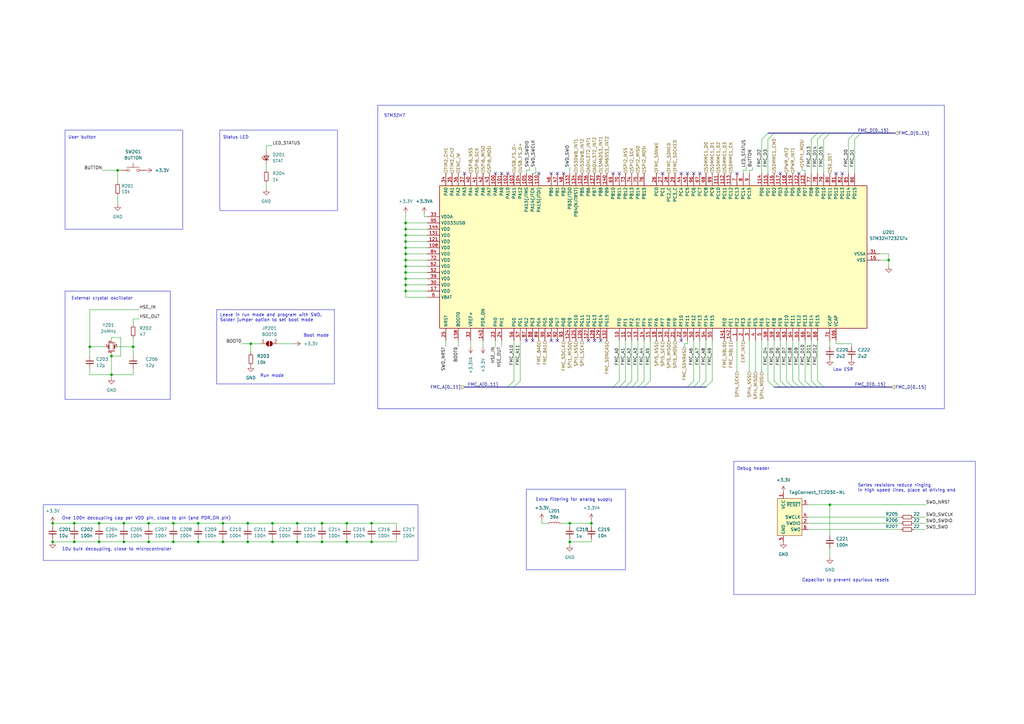
<source format=kicad_sch>
(kicad_sch (version 20231120) (generator "eeschema") (generator_version "8.0")
  (paper "A3")
  (junction (at 233.68 222.25))
  (junction (at 71.12 214.63))
  (junction (at 36.83 142.24))
  (junction (at 166.37 116.84))
  (junction (at 50.8 222.25))
  (junction (at 242.57 214.63))
  (junction (at 142.24 214.63))
  (junction (at 91.44 214.63))
  (junction (at 60.96 222.25))
  (junction (at 102.87 140.97))
  (junction (at 233.68 214.63))
  (junction (at 121.92 214.63))
  (junction (at 364.49 106.68))
  (junction (at 111.76 214.63))
  (junction (at 60.96 214.63))
  (junction (at 166.37 106.68))
  (junction (at 340.36 207.01))
  (junction (at 45.72 146.05))
  (junction (at 40.64 214.63))
  (junction (at 50.8 214.63))
  (junction (at 152.4 214.63))
  (junction (at 166.37 91.44))
  (junction (at 166.37 109.22))
  (junction (at 166.37 93.98))
  (junction (at 166.37 119.38))
  (junction (at 121.92 222.25))
  (junction (at 21.59 222.25))
  (junction (at 111.76 222.25))
  (junction (at 142.24 222.25))
  (junction (at 166.37 101.6))
  (junction (at 166.37 96.52))
  (junction (at 166.37 114.3))
  (junction (at 48.26 69.85))
  (junction (at 166.37 99.06))
  (junction (at 101.6 214.63))
  (junction (at 21.59 214.63))
  (junction (at 71.12 222.25))
  (junction (at 132.08 214.63))
  (junction (at 81.28 222.25))
  (junction (at 132.08 222.25))
  (junction (at 30.48 222.25))
  (junction (at 101.6 222.25))
  (junction (at 166.37 104.14))
  (junction (at 30.48 214.63))
  (junction (at 40.64 222.25))
  (junction (at 166.37 111.76))
  (junction (at 91.44 222.25))
  (junction (at 152.4 222.25))
  (junction (at 81.28 214.63))
  (junction (at 54.61 142.24))
  (junction (at 45.72 153.67))
  (no_connect (at 320.04 71.12))
  (no_connect (at 251.46 71.12))
  (no_connect (at 241.3 139.7))
  (no_connect (at 215.9 139.7))
  (no_connect (at 231.14 71.12))
  (no_connect (at 287.02 71.12))
  (no_connect (at 243.84 139.7))
  (no_connect (at 203.2 71.12))
  (no_connect (at 281.94 71.12))
  (no_connect (at 228.6 139.7))
  (no_connect (at 190.5 71.12))
  (no_connect (at 246.38 139.7))
  (no_connect (at 327.66 71.12))
  (no_connect (at 228.6 71.12))
  (no_connect (at 345.44 71.12))
  (no_connect (at 302.26 71.12))
  (no_connect (at 254 71.12))
  (no_connect (at 279.4 71.12))
  (no_connect (at 208.28 71.12))
  (no_connect (at 271.78 71.12))
  (no_connect (at 205.74 71.12))
  (no_connect (at 220.98 71.12))
  (no_connect (at 226.06 71.12))
  (no_connect (at 218.44 139.7))
  (no_connect (at 284.48 71.12))
  (no_connect (at 342.9 71.12))
  (no_connect (at 279.4 139.7))
  (no_connect (at 226.06 139.7))
  (bus_entry (at 322.58 156.21) (size 2.54 2.54))
  (bus_entry (at 254 158.75) (size 2.54 -2.54))
  (bus_entry (at 210.82 158.75) (size 2.54 -2.54))
  (bus_entry (at 350.52 57.15) (size 2.54 -2.54))
  (bus_entry (at 332.74 156.21) (size 2.54 2.54))
  (bus_entry (at 335.28 156.21) (size 2.54 2.54))
  (bus_entry (at 259.08 158.75) (size 2.54 -2.54))
  (bus_entry (at 312.42 57.15) (size 2.54 -2.54))
  (bus_entry (at 320.04 156.21) (size 2.54 2.54))
  (bus_entry (at 314.96 156.21) (size 2.54 2.54))
  (bus_entry (at 208.28 158.75) (size 2.54 -2.54))
  (bus_entry (at 325.12 156.21) (size 2.54 2.54))
  (bus_entry (at 314.96 57.15) (size 2.54 -2.54))
  (bus_entry (at 284.48 158.75) (size 2.54 -2.54))
  (bus_entry (at 264.16 158.75) (size 2.54 -2.54))
  (bus_entry (at 281.94 158.75) (size 2.54 -2.54))
  (bus_entry (at 289.56 158.75) (size 2.54 -2.54))
  (bus_entry (at 337.82 57.15) (size 2.54 -2.54))
  (bus_entry (at 256.54 158.75) (size 2.54 -2.54))
  (bus_entry (at 335.28 57.15) (size 2.54 -2.54))
  (bus_entry (at 317.5 156.21) (size 2.54 2.54))
  (bus_entry (at 347.98 57.15) (size 2.54 -2.54))
  (bus_entry (at 332.74 57.15) (size 2.54 -2.54))
  (bus_entry (at 251.46 158.75) (size 2.54 -2.54))
  (bus_entry (at 330.2 156.21) (size 2.54 2.54))
  (bus_entry (at 327.66 156.21) (size 2.54 2.54))
  (bus_entry (at 287.02 158.75) (size 2.54 -2.54))
  (bus_entry (at 261.62 158.75) (size 2.54 -2.54))
  (wire (pts (xy 256.54 139.7) (xy 256.54 156.21)))
  (wire (pts (xy 102.87 140.97) (xy 106.68 140.97)))
  (wire (pts (xy 109.22 59.69) (xy 111.76 59.69)))
  (wire (pts (xy 111.76 220.98) (xy 111.76 222.25)))
  (wire (pts (xy 328.93 68.58) (xy 328.93 69.85)))
  (bus (pts (xy 337.82 158.75) (xy 365.76 158.75)))
  (bus (pts (xy 332.74 158.75) (xy 335.28 158.75)))
  (wire (pts (xy 50.8 214.63) (xy 50.8 215.9)))
  (wire (pts (xy 215.9 69.85) (xy 215.9 71.12)))
  (wire (pts (xy 309.88 152.4) (xy 309.88 139.7)))
  (wire (pts (xy 54.61 130.81) (xy 57.15 130.81)))
  (wire (pts (xy 281.94 139.7) (xy 281.94 140.97)))
  (wire (pts (xy 132.08 214.63) (xy 132.08 215.9)))
  (bus (pts (xy 251.46 158.75) (xy 254 158.75)))
  (wire (pts (xy 175.26 88.9) (xy 173.99 88.9)))
  (wire (pts (xy 40.64 214.63) (xy 50.8 214.63)))
  (wire (pts (xy 162.56 220.98) (xy 162.56 222.25)))
  (wire (pts (xy 217.17 68.58) (xy 217.17 69.85)))
  (wire (pts (xy 54.61 153.67) (xy 45.72 153.67)))
  (wire (pts (xy 330.2 69.85) (xy 330.2 71.12)))
  (wire (pts (xy 379.73 217.17) (xy 374.65 217.17)))
  (wire (pts (xy 166.37 111.76) (xy 166.37 114.3)))
  (wire (pts (xy 30.48 214.63) (xy 30.48 215.9)))
  (wire (pts (xy 342.9 139.7) (xy 342.9 140.97)))
  (bus (pts (xy 261.62 158.75) (xy 264.16 158.75)))
  (wire (pts (xy 21.59 214.63) (xy 30.48 214.63)))
  (wire (pts (xy 54.61 142.24) (xy 54.61 146.05)))
  (wire (pts (xy 314.96 156.21) (xy 314.96 139.7)))
  (wire (pts (xy 109.22 67.31) (xy 109.22 69.85)))
  (wire (pts (xy 60.96 222.25) (xy 60.96 220.98)))
  (wire (pts (xy 36.83 142.24) (xy 43.18 142.24)))
  (wire (pts (xy 132.08 222.25) (xy 142.24 222.25)))
  (wire (pts (xy 233.68 220.98) (xy 233.68 222.25)))
  (wire (pts (xy 322.58 156.21) (xy 322.58 139.7)))
  (wire (pts (xy 306.07 69.85) (xy 304.8 69.85)))
  (wire (pts (xy 71.12 214.63) (xy 81.28 214.63)))
  (wire (pts (xy 91.44 214.63) (xy 91.44 215.9)))
  (wire (pts (xy 21.59 214.63) (xy 21.59 215.9)))
  (wire (pts (xy 102.87 140.97) (xy 102.87 144.78)))
  (wire (pts (xy 193.04 139.7) (xy 193.04 142.24)))
  (wire (pts (xy 166.37 99.06) (xy 166.37 101.6)))
  (wire (pts (xy 166.37 87.63) (xy 166.37 91.44)))
  (wire (pts (xy 175.26 121.92) (xy 166.37 121.92)))
  (wire (pts (xy 36.83 146.05) (xy 36.83 142.24)))
  (wire (pts (xy 284.48 139.7) (xy 284.48 156.21)))
  (wire (pts (xy 166.37 101.6) (xy 175.26 101.6)))
  (bus (pts (xy 325.12 158.75) (xy 327.66 158.75)))
  (wire (pts (xy 350.52 57.15) (xy 350.52 71.12)))
  (wire (pts (xy 198.12 139.7) (xy 198.12 142.24)))
  (wire (pts (xy 325.12 139.7) (xy 325.12 156.21)))
  (wire (pts (xy 281.94 140.97) (xy 280.67 140.97)))
  (wire (pts (xy 166.37 96.52) (xy 175.26 96.52)))
  (wire (pts (xy 175.26 91.44) (xy 166.37 91.44)))
  (wire (pts (xy 379.73 212.09) (xy 374.65 212.09)))
  (wire (pts (xy 266.7 139.7) (xy 266.7 156.21)))
  (wire (pts (xy 40.64 222.25) (xy 50.8 222.25)))
  (bus (pts (xy 314.96 54.61) (xy 317.5 54.61)))
  (bus (pts (xy 335.28 54.61) (xy 337.82 54.61)))
  (bus (pts (xy 337.82 54.61) (xy 340.36 54.61)))
  (wire (pts (xy 342.9 140.97) (xy 349.25 140.97)))
  (bus (pts (xy 254 158.75) (xy 256.54 158.75)))
  (wire (pts (xy 331.47 214.63) (xy 369.57 214.63)))
  (wire (pts (xy 340.36 139.7) (xy 340.36 142.24)))
  (wire (pts (xy 121.92 214.63) (xy 132.08 214.63)))
  (wire (pts (xy 166.37 93.98) (xy 166.37 96.52)))
  (bus (pts (xy 259.08 158.75) (xy 261.62 158.75)))
  (wire (pts (xy 337.82 57.15) (xy 337.82 71.12)))
  (wire (pts (xy 109.22 74.93) (xy 109.22 77.47)))
  (wire (pts (xy 111.76 214.63) (xy 111.76 215.9)))
  (wire (pts (xy 335.28 156.21) (xy 335.28 139.7)))
  (wire (pts (xy 60.96 214.63) (xy 71.12 214.63)))
  (wire (pts (xy 330.2 156.21) (xy 330.2 139.7)))
  (wire (pts (xy 48.26 142.24) (xy 54.61 142.24)))
  (wire (pts (xy 205.74 139.7) (xy 205.74 142.24)))
  (wire (pts (xy 81.28 222.25) (xy 91.44 222.25)))
  (wire (pts (xy 219.71 71.12) (xy 218.44 71.12)))
  (wire (pts (xy 242.57 222.25) (xy 233.68 222.25)))
  (wire (pts (xy 91.44 222.25) (xy 101.6 222.25)))
  (wire (pts (xy 152.4 215.9) (xy 152.4 214.63)))
  (wire (pts (xy 175.26 106.68) (xy 166.37 106.68)))
  (wire (pts (xy 302.26 152.4) (xy 302.26 139.7)))
  (wire (pts (xy 57.15 127) (xy 36.83 127)))
  (wire (pts (xy 121.92 214.63) (xy 121.92 215.9)))
  (wire (pts (xy 50.8 214.63) (xy 60.96 214.63)))
  (wire (pts (xy 340.36 224.79) (xy 340.36 228.6)))
  (wire (pts (xy 152.4 220.98) (xy 152.4 222.25)))
  (wire (pts (xy 308.61 68.58) (xy 308.61 69.85)))
  (wire (pts (xy 314.96 57.15) (xy 314.96 71.12)))
  (bus (pts (xy 256.54 158.75) (xy 259.08 158.75)))
  (wire (pts (xy 340.36 207.01) (xy 379.73 207.01)))
  (wire (pts (xy 349.25 140.97) (xy 349.25 142.24)))
  (wire (pts (xy 45.72 153.67) (xy 45.72 154.94)))
  (wire (pts (xy 327.66 139.7) (xy 327.66 156.21)))
  (wire (pts (xy 81.28 214.63) (xy 81.28 215.9)))
  (wire (pts (xy 289.56 139.7) (xy 289.56 156.21)))
  (wire (pts (xy 166.37 111.76) (xy 175.26 111.76)))
  (wire (pts (xy 40.64 214.63) (xy 40.64 215.9)))
  (wire (pts (xy 71.12 222.25) (xy 71.12 220.98)))
  (wire (pts (xy 287.02 139.7) (xy 287.02 156.21)))
  (wire (pts (xy 166.37 109.22) (xy 166.37 111.76)))
  (bus (pts (xy 317.5 54.61) (xy 335.28 54.61)))
  (wire (pts (xy 30.48 222.25) (xy 40.64 222.25)))
  (wire (pts (xy 49.53 146.05) (xy 45.72 146.05)))
  (wire (pts (xy 152.4 222.25) (xy 162.56 222.25)))
  (wire (pts (xy 219.71 68.58) (xy 219.71 71.12)))
  (wire (pts (xy 71.12 214.63) (xy 71.12 215.9)))
  (wire (pts (xy 142.24 220.98) (xy 142.24 222.25)))
  (wire (pts (xy 166.37 109.22) (xy 175.26 109.22)))
  (bus (pts (xy 190.5 158.75) (xy 208.28 158.75)))
  (wire (pts (xy 21.59 220.98) (xy 21.59 222.25)))
  (wire (pts (xy 45.72 144.78) (xy 45.72 146.05)))
  (wire (pts (xy 60.96 214.63) (xy 60.96 215.9)))
  (wire (pts (xy 54.61 133.35) (xy 54.61 130.81)))
  (wire (pts (xy 36.83 153.67) (xy 36.83 151.13)))
  (wire (pts (xy 233.68 68.58) (xy 233.68 71.12)))
  (wire (pts (xy 173.99 88.9) (xy 173.99 87.63)))
  (wire (pts (xy 49.53 138.43) (xy 49.53 146.05)))
  (wire (pts (xy 40.64 222.25) (xy 40.64 220.98)))
  (wire (pts (xy 187.96 139.7) (xy 187.96 142.24)))
  (wire (pts (xy 364.49 104.14) (xy 364.49 106.68)))
  (wire (pts (xy 259.08 139.7) (xy 259.08 156.21)))
  (wire (pts (xy 21.59 222.25) (xy 30.48 222.25)))
  (wire (pts (xy 48.26 69.85) (xy 49.53 69.85)))
  (wire (pts (xy 222.25 214.63) (xy 224.79 214.63)))
  (wire (pts (xy 261.62 139.7) (xy 261.62 156.21)))
  (wire (pts (xy 317.5 156.21) (xy 317.5 139.7)))
  (wire (pts (xy 242.57 214.63) (xy 242.57 215.9)))
  (wire (pts (xy 166.37 96.52) (xy 166.37 99.06)))
  (bus (pts (xy 320.04 158.75) (xy 322.58 158.75)))
  (wire (pts (xy 71.12 222.25) (xy 81.28 222.25)))
  (wire (pts (xy 162.56 214.63) (xy 152.4 214.63)))
  (bus (pts (xy 327.66 158.75) (xy 330.2 158.75)))
  (bus (pts (xy 322.58 158.75) (xy 325.12 158.75)))
  (wire (pts (xy 166.37 104.14) (xy 166.37 106.68)))
  (bus (pts (xy 353.06 54.61) (xy 367.03 54.61)))
  (wire (pts (xy 166.37 93.98) (xy 175.26 93.98)))
  (wire (pts (xy 54.61 151.13) (xy 54.61 153.67)))
  (wire (pts (xy 292.1 139.7) (xy 292.1 156.21)))
  (bus (pts (xy 340.36 54.61) (xy 350.52 54.61)))
  (wire (pts (xy 30.48 214.63) (xy 40.64 214.63)))
  (wire (pts (xy 340.36 207.01) (xy 340.36 219.71)))
  (wire (pts (xy 233.68 222.25) (xy 233.68 223.52)))
  (wire (pts (xy 91.44 220.98) (xy 91.44 222.25)))
  (wire (pts (xy 331.47 207.01) (xy 340.36 207.01)))
  (wire (pts (xy 162.56 215.9) (xy 162.56 214.63)))
  (wire (pts (xy 166.37 104.14) (xy 175.26 104.14)))
  (wire (pts (xy 166.37 99.06) (xy 175.26 99.06)))
  (wire (pts (xy 332.74 156.21) (xy 332.74 139.7)))
  (wire (pts (xy 166.37 114.3) (xy 175.26 114.3)))
  (wire (pts (xy 166.37 119.38) (xy 175.26 119.38)))
  (wire (pts (xy 142.24 222.25) (xy 152.4 222.25)))
  (bus (pts (xy 350.52 54.61) (xy 353.06 54.61)))
  (wire (pts (xy 233.68 214.63) (xy 242.57 214.63)))
  (wire (pts (xy 60.96 222.25) (xy 71.12 222.25)))
  (wire (pts (xy 101.6 220.98) (xy 101.6 222.25)))
  (wire (pts (xy 312.42 57.15) (xy 312.42 71.12)))
  (wire (pts (xy 142.24 214.63) (xy 152.4 214.63)))
  (wire (pts (xy 264.16 139.7) (xy 264.16 156.21)))
  (wire (pts (xy 203.2 139.7) (xy 203.2 142.24)))
  (wire (pts (xy 242.57 213.36) (xy 242.57 214.63)))
  (wire (pts (xy 81.28 220.98) (xy 81.28 222.25)))
  (wire (pts (xy 142.24 214.63) (xy 142.24 215.9)))
  (wire (pts (xy 101.6 222.25) (xy 111.76 222.25)))
  (wire (pts (xy 182.88 139.7) (xy 182.88 142.24)))
  (wire (pts (xy 101.6 214.63) (xy 101.6 215.9)))
  (bus (pts (xy 330.2 158.75) (xy 332.74 158.75)))
  (wire (pts (xy 213.36 139.7) (xy 213.36 156.21)))
  (wire (pts (xy 166.37 119.38) (xy 166.37 121.92)))
  (wire (pts (xy 50.8 222.25) (xy 60.96 222.25)))
  (bus (pts (xy 210.82 158.75) (xy 251.46 158.75)))
  (wire (pts (xy 45.72 146.05) (xy 45.72 153.67)))
  (wire (pts (xy 312.42 152.4) (xy 312.42 139.7)))
  (wire (pts (xy 111.76 214.63) (xy 121.92 214.63)))
  (wire (pts (xy 233.68 214.63) (xy 233.68 215.9)))
  (wire (pts (xy 210.82 139.7) (xy 210.82 156.21)))
  (wire (pts (xy 331.47 212.09) (xy 369.57 212.09)))
  (wire (pts (xy 306.07 68.58) (xy 306.07 69.85)))
  (wire (pts (xy 166.37 116.84) (xy 166.37 119.38)))
  (wire (pts (xy 364.49 106.68) (xy 364.49 109.22)))
  (wire (pts (xy 48.26 83.82) (xy 48.26 80.01)))
  (bus (pts (xy 208.28 158.75) (xy 210.82 158.75)))
  (wire (pts (xy 360.68 106.68) (xy 364.49 106.68)))
  (wire (pts (xy 304.8 69.85) (xy 304.8 71.12)))
  (wire (pts (xy 166.37 91.44) (xy 166.37 93.98)))
  (wire (pts (xy 229.87 214.63) (xy 233.68 214.63)))
  (wire (pts (xy 45.72 139.7) (xy 45.72 138.43)))
  (bus (pts (xy 284.48 158.75) (xy 287.02 158.75)))
  (wire (pts (xy 50.8 222.25) (xy 50.8 220.98)))
  (wire (pts (xy 99.06 140.97) (xy 102.87 140.97)))
  (wire (pts (xy 45.72 153.67) (xy 36.83 153.67)))
  (wire (pts (xy 307.34 69.85) (xy 307.34 71.12)))
  (wire (pts (xy 111.76 222.25) (xy 121.92 222.25)))
  (wire (pts (xy 41.91 69.85) (xy 48.26 69.85)))
  (bus (pts (xy 287.02 158.75) (xy 289.56 158.75)))
  (wire (pts (xy 45.72 138.43) (xy 49.53 138.43)))
  (wire (pts (xy 320.04 156.21) (xy 320.04 139.7)))
  (wire (pts (xy 91.44 214.63) (xy 101.6 214.63)))
  (wire (pts (xy 254 139.7) (xy 254 156.21)))
  (wire (pts (xy 48.26 69.85) (xy 48.26 74.93)))
  (wire (pts (xy 114.3 140.97) (xy 120.65 140.97)))
  (wire (pts (xy 217.17 69.85) (xy 215.9 69.85)))
  (wire (pts (xy 81.28 214.63) (xy 91.44 214.63)))
  (wire (pts (xy 280.67 140.97) (xy 280.67 142.24)))
  (wire (pts (xy 30.48 222.25) (xy 30.48 220.98)))
  (wire (pts (xy 242.57 220.98) (xy 242.57 222.25)))
  (wire (pts (xy 54.61 138.43) (xy 54.61 142.24)))
  (wire (pts (xy 308.61 69.85) (xy 307.34 69.85)))
  (wire (pts (xy 222.25 213.36) (xy 222.25 214.63)))
  (wire (pts (xy 331.47 217.17) (xy 369.57 217.17)))
  (wire (pts (xy 335.28 57.15) (xy 335.28 71.12)))
  (wire (pts (xy 101.6 214.63) (xy 111.76 214.63)))
  (wire (pts (xy 307.34 152.4) (xy 307.34 139.7)))
  (bus (pts (xy 335.28 158.75) (xy 337.82 158.75)))
  (wire (pts (xy 36.83 127) (xy 36.83 142.24)))
  (bus (pts (xy 281.94 158.75) (xy 284.48 158.75)))
  (wire (pts (xy 166.37 116.84) (xy 175.26 116.84)))
  (wire (pts (xy 328.93 69.85) (xy 330.2 69.85)))
  (wire (pts (xy 166.37 106.68) (xy 166.37 109.22)))
  (bus (pts (xy 264.16 158.75) (xy 281.94 158.75)))
  (wire (pts (xy 109.22 62.23) (xy 109.22 59.69)))
  (wire (pts (xy 347.98 57.15) (xy 347.98 71.12)))
  (wire (pts (xy 132.08 220.98) (xy 132.08 222.25)))
  (wire (pts (xy 166.37 101.6) (xy 166.37 104.14)))
  (wire (pts (xy 364.49 104.14) (xy 360.68 104.14)))
  (wire (pts (xy 121.92 222.25) (xy 132.08 222.25)))
  (wire (pts (xy 166.37 114.3) (xy 166.37 116.84)))
  (wire (pts (xy 132.08 214.63) (xy 142.24 214.63)))
  (wire (pts (xy 121.92 220.98) (xy 121.92 222.25)))
  (bus (pts (xy 317.5 158.75) (xy 320.04 158.75)))
  (wire (pts (xy 379.73 214.63) (xy 374.65 214.63)))
  (wire (pts (xy 332.74 57.15) (xy 332.74 71.12)))
  (rectangle (start 154.94 43.18) (end 387.35 167.64))
  (rectangle (start 17.78 207.01) (end 171.45 229.87))
  (rectangle (start 90.17 53.34) (end 138.43 86.36))
  (rectangle (start 215.9 200.66) (end 256.54 233.68))
  (rectangle (start 26.67 53.34) (end 74.93 93.98))
  (rectangle (start 88.9 127) (end 137.16 157.48))
  (rectangle (start 300.99 189.23) (end 400.05 243.84))
  (rectangle (start 26.67 119.38) (end 69.85 163.83))
  (text "Debug header" (at 302.26 193.04 0) (effects (font (size 1.27 1.27)) (justify left bottom)))
  (text "Run mode" (at 106.68 154.94 0) (effects (font (size 1.27 1.27)) (justify left bottom)))
  (text "Leave in run mode and program with SWD.\nSolder jumper option to set boot mode" (at 90.17 132.08 0) (effects (font (size 1.27 1.27)) (justify left bottom)))
  (text "User button" (at 27.94 57.15 0) (effects (font (size 1.27 1.27)) (justify left bottom)))
  (text "Low ESR\n" (at 341.63 152.4 0) (effects (font (size 1.27 1.27)) (justify left bottom)))
  (text "Extra filtering for analog supply" (at 219.71 205.74 0) (effects (font (size 1.27 1.27)) (justify left bottom)))
  (text "One 100n decoupling cap per VDD pin, close to pin (and PDR_ON pin)" (at 25.4 213.36 0) (effects (font (size 1.27 1.27)) (justify left bottom)))
  (text "Boot mode\n" (at 124.46 138.43 0) (effects (font (size 1.27 1.27)) (justify left bottom)))
  (text "Status LED" (at 91.44 57.15 0) (effects (font (size 1.27 1.27)) (justify left bottom)))
  (text "External crystal oscillator\n" (at 29.21 123.19 0) (effects (font (size 1.27 1.27)) (justify left bottom)))
  (text "Capacitor to prevent spurious resets" (at 328.93 238.76 0) (effects (font (size 1.27 1.27)) (justify left bottom)))
  (text "STM32H7" (at 157.48 48.26 0) (effects (font (size 1.27 1.27)) (justify left bottom)))
  (text "Series resistors reduce ringing \nin high speed lines, place at driving end\n" (at 351.79 201.93 0) (effects (font (size 1.27 1.27)) (justify left bottom)))
  (text "10u bulk decoupling, close to microcontroller" (at 25.4 226.06 0) (effects (font (size 1.27 1.27)) (justify left bottom)))
  (label "FMC_A1" (at 256.54 149.86 90))
  (label "FMC_D2" (at 312.42 68.58 90))
  (label "FMC_A7" (at 287.02 149.86 90))
  (label "FMC_D8" (at 325.12 149.86 90))
  (label "BOOT0" (at 187.96 142.24 270))
  (label "FMC_A0" (at 254 149.86 90))
  (label "BUTTON" (at 308.61 68.58 90))
  (label "HSE_IN" (at 203.2 142.24 270))
  (label "HSE_IN" (at 57.15 127 0))
  (label "FMC_A3" (at 261.62 149.86 90))
  (label "FMC_D15" (at 337.82 68.58 90))
  (label "LED_STATUS" (at 306.07 68.58 90))
  (label "FMC_D1" (at 350.52 68.58 90))
  (label "BUTTON" (at 41.91 69.85 180))
  (label "FMC_A5" (at 266.7 149.86 90))
  (label "SWD_NRST" (at 182.88 142.24 270))
  (label "FMC_D7" (at 322.58 149.86 90))
  (label "FMC_D4" (at 314.96 149.86 90))
  (label "FMC_D[0..15]" (at 351.79 54.61 0))
  (label "FMC_D9" (at 327.66 149.86 90))
  (label "FMC_D12" (at 335.28 149.86 90))
  (label "FMC_A6" (at 284.48 149.86 90))
  (label "SWD_SWO" (at 233.68 68.58 90))
  (label "FMC_D10" (at 330.2 149.86 90))
  (label "FMC_D3" (at 314.96 68.58 90))
  (label "LED_STATUS" (at 111.76 59.69 0))
  (label "FMC_A9" (at 292.1 149.86 90))
  (label "SWD_SWO" (at 379.73 217.17 0))
  (label "FMC_A8" (at 289.56 149.86 90))
  (label "FMC_D6" (at 320.04 149.86 90))
  (label "FMC_D11" (at 332.74 149.86 90))
  (label "FMC_A4" (at 264.16 149.86 90))
  (label "FMC_A11" (at 213.36 149.86 90))
  (label "BOOT0" (at 99.06 140.97 180))
  (label "FMC_D[0..15]" (at 350.52 158.75 0))
  (label "FMC_A[0..11]" (at 191.77 158.75 0))
  (label "SWD_SWDIO" (at 379.73 214.63 0))
  (label "FMC_D5" (at 317.5 149.86 90))
  (label "FMC_D0" (at 347.98 68.58 90))
  (label "HSE_OUT" (at 205.74 142.24 270))
  (label "SWD_SWCLK" (at 379.73 212.09 0))
  (label "FMC_A2" (at 259.08 149.86 90))
  (label "FMC_D13" (at 332.74 68.58 90))
  (label "FMC_D14" (at 335.28 68.58 90))
  (label "SWD_SWCLK" (at 219.71 68.58 90))
  (label "SWD_NRST" (at 379.73 207.01 0))
  (label "HSE_OUT" (at 57.15 130.81 0))
  (label "FMC_A10" (at 210.82 149.86 90))
  (label "SWD_SWDIO" (at 217.17 68.58 90))
  (hierarchical_label "SDMMC1_CK" (shape input) (at 299.72 71.12 90))
  (hierarchical_label "PWR_INT1" (shape input) (at 325.12 71.12 90))
  (hierarchical_label "SPI4_MOSI" (shape input) (at 312.42 152.4 270))
  (hierarchical_label "SPI6_NSS" (shape input) (at 193.04 71.12 90))
  (hierarchical_label "SPI2_MISO" (shape input) (at 261.62 71.12 90))
  (hierarchical_label "SDMMC1_D2" (shape input) (at 294.64 71.12 90))
  (hierarchical_label "USB_FS_D-" (shape input) (at 210.82 71.12 90))
  (hierarchical_label "FMC_SDNCAS" (shape input) (at 248.92 139.7 270))
  (hierarchical_label "SPI1_MOSI" (shape input) (at 328.93 68.58 90))
  (hierarchical_label "TIM2_CH1" (shape input) (at 182.88 71.12 90))
  (hierarchical_label "ENC_IW" (shape input) (at 187.96 71.12 90))
  (hierarchical_label "USB_FS_D+" (shape input) (at 213.36 71.12 90))
  (hierarchical_label "SPI2_MOSI" (shape input) (at 264.16 71.12 90))
  (hierarchical_label "SPI1_SCK" (shape input) (at 238.76 139.7 270))
  (hierarchical_label "SDMMC1_D1" (shape input) (at 292.1 71.12 90))
  (hierarchical_label "FMC_NBL0" (shape input) (at 297.18 139.7 270))
  (hierarchical_label "IIS3DWB_INT1" (shape input) (at 236.22 71.12 90))
  (hierarchical_label "SPI5_MISO" (shape input) (at 274.32 139.7 270))
  (hierarchical_label "SD_DET" (shape input) (at 340.36 71.12 90))
  (hierarchical_label "SPI5_MOSI" (shape input) (at 276.86 139.7 270))
  (hierarchical_label "SPI1_MISO" (shape input) (at 233.68 139.7 270))
  (hierarchical_label "SPI2_NSS" (shape input) (at 256.54 71.12 90))
  (hierarchical_label "FMC_BA1" (shape input) (at 223.52 139.7 270))
  (hierarchical_label "SPI6_SCK" (shape input) (at 195.58 71.12 90))
  (hierarchical_label "FMC_SDNWE" (shape input) (at 269.24 71.12 90))
  (hierarchical_label "FMC_SDNE0" (shape input) (at 274.32 71.12 90))
  (hierarchical_label "FMC_SDCKE0" (shape input) (at 276.86 71.12 90))
  (hierarchical_label "PWR_INT2" (shape input) (at 322.58 71.12 90))
  (hierarchical_label "SPI5_NSS" (shape input) (at 269.24 139.7 270))
  (hierarchical_label "FMC_SDCLK" (shape input) (at 231.14 139.7 270))
  (hierarchical_label "FMC_D[0..15]" (shape input) (at 367.03 54.61 0))
  (hierarchical_label "LSM6DS3_INT1" (shape input) (at 246.38 71.12 90))
  (hierarchical_label "IIS3DWB_INT2" (shape input) (at 238.76 71.12 90))
  (hierarchical_label "LSM6DS3_INT2" (shape input) (at 248.92 71.12 90))
  (hierarchical_label "SPI1_NSS" (shape input) (at 236.22 139.7 270))
  (hierarchical_label "FMC_BA0" (shape input) (at 220.98 139.7 270))
  (hierarchical_label "FMC_A[0..11]" (shape input) (at 190.5 158.75 180))
  (hierarchical_label "ADXL372_INT1" (shape input) (at 241.3 71.12 90))
  (hierarchical_label "SPI5_SCK" (shape input) (at 271.78 139.7 270))
  (hierarchical_label "SPI4_NSS" (shape input) (at 307.34 152.4 270))
  (hierarchical_label "FMC_D[0..15]" (shape input) (at 365.76 158.75 0))
  (hierarchical_label "SPI6_MISO" (shape input) (at 198.12 71.12 90))
  (hierarchical_label "SDMMC1_D3" (shape input) (at 297.18 71.12 90))
  (hierarchical_label "ADXL372_INT2" (shape input) (at 243.84 71.12 90))
  (hierarchical_label "SPI2_SCK" (shape input) (at 259.08 71.12 90))
  (hierarchical_label "FMC_NBL1" (shape input) (at 299.72 139.7 270))
  (hierarchical_label "SPI4_SCK" (shape input) (at 302.26 152.4 270))
  (hierarchical_label "SPI4_MISO" (shape input) (at 309.88 152.4 270))
  (hierarchical_label "SPI6_MOSI" (shape input) (at 200.66 71.12 90))
  (hierarchical_label "SDMMC1_CMD" (shape input) (at 317.5 71.12 90))
  (hierarchical_label "EXP_INT" (shape input) (at 304.8 139.7 270))
  (hierarchical_label "SDMMC1_D0" (shape input) (at 289.56 71.12 90))
  (hierarchical_label "FMC_SDNRAS" (shape input) (at 280.67 142.24 270))
  (hierarchical_label "TIM2_CH2" (shape input) (at 185.42 71.12 90))
  (symbol (lib_id "Device:C_Small") (at 21.59 218.44 0) (unit 1)
    (property "Reference" "C201" (at 24.13 217.1763 0) (effects (justify left)))
    (property "Value" "10u" (at 24.13 219.7163 0) (effects (justify left)))
    (property "Footprint" "Capacitor_SMD:C_0603_1608Metric" (effects (hide yes)))
    (property "LCSC" "C19702" (effects (hide yes)))
    (instances (project "ActiveImpactor_Control" (path "" (reference "C201") (unit 1))) (project "AccelerometerEval" (path "" (reference "C11") (unit 1)) (path "" (reference "C301") (unit 1))))
  )
  (symbol (lib_id "power:GND") (at 102.87 149.86 0) (unit 1)
    (property "Reference" "#PWR0206" (effects (hide yes)))
    (property "Value" "GND" (at 102.87 154.94 0))
    (instances (project "ActiveImpactor_Control" (path "" (reference "#PWR0206") (unit 1))) (project "AccelerometerEval" (path "" (reference "#PWR038") (unit 1)) (path "" (reference "#PWR0313") (unit 1))))
  )
  (symbol (lib_id "power:+3.3VA") (at 193.04 142.24 180) (unit 1)
    (property "Reference" "#PWR0211" (effects (hide yes)))
    (property "Value" "+3.3VA" (at 193.04 149.86 90))
    (instances (project "ActiveImpactor_Control" (path "" (reference "#PWR0211") (unit 1))) (project "AccelerometerEval" (path "" (reference "#PWR036") (unit 1)) (path "" (reference "#PWR0310") (unit 1))))
  )
  (symbol (lib_id "power:GND") (at 340.36 228.6 0) (unit 1)
    (property "Reference" "#PWR0219" (effects (hide yes)))
    (property "Value" "GND" (at 340.36 233.68 0))
    (instances (project "ActiveImpactor_Control" (path "" (reference "#PWR0219") (unit 1))) (project "AccelerometerEval" (path "" (reference "#PWR030") (unit 1)) (path "" (reference "#PWR0319") (unit 1))))
  )
  (symbol (lib_id "Device:LED_Small") (at 109.22 64.77 90) (unit 1)
    (property "Reference" "D201" (at 111.76 63.4365 90) (effects (justify right)))
    (property "Value" "STAT" (at 111.76 65.9765 90) (effects (justify right)))
    (property "Footprint" "LED_SMD:LED_0603_1608Metric" (effects (hide yes)))
    (property "LCSC" "C84266" (effects (hide yes)))
    (instances (project "ActiveImpactor_Control" (path "" (reference "D201") (unit 1))) (project "AccelerometerEval" (path "" (reference "D12") (unit 1)) (path "" (reference "D301") (unit 1))))
  )
  (symbol (lib_id "Device:C_Small") (at 340.36 144.78 0) (unit 1)
    (property "Reference" "C220" (at 342.9 143.5163 0) (effects (justify left)))
    (property "Value" "2u2" (at 342.9 146.0563 0) (effects (justify left)))
    (property "Footprint" "Capacitor_SMD:C_0603_1608Metric" (effects (hide yes)))
    (property "LCSC" "C23630" (effects (hide yes)))
    (instances (project "ActiveImpactor_Control" (path "" (reference "C220") (unit 1))) (project "AccelerometerEval" (path "" (reference "C9") (unit 1)) (path "" (reference "C303") (unit 1))))
  )
  (symbol (lib_id "power:+3.3V") (at 21.59 214.63 0) (unit 1)
    (property "Reference" "#PWR0201" (effects (hide yes)))
    (property "Value" "+3.3V" (at 21.59 209.55 0))
    (instances (project "ActiveImpactor_Control" (path "" (reference "#PWR0201") (unit 1))) (project "AccelerometerEval" (path "" (reference "#PWR027") (unit 1)) (path "" (reference "#PWR0301") (unit 1))))
  )
  (symbol (lib_id "Device:C_Small") (at 71.12 218.44 0) (unit 1)
    (property "Reference" "C208" (at 73.66 217.1763 0) (effects (justify left)))
    (property "Value" "100n" (at 73.66 219.7163 0) (effects (justify left)))
    (property "Footprint" "Capacitor_SMD:C_0402_1005Metric" (effects (hide yes)))
    (property "LCSC" "C1525" (effects (hide yes)))
    (instances (project "ActiveImpactor_Control" (path "" (reference "C208") (unit 1))) (project "AccelerometerEval" (path "" (reference "C12") (unit 1)) (path "" (reference "C308") (unit 1))))
  )
  (symbol (lib_id "power:GND") (at 364.49 109.22 0) (unit 1)
    (property "Reference" "#PWR0221" (effects (hide yes)))
    (property "Value" "GND" (effects (hide yes)))
    (instances (project "ActiveImpactor_Control" (path "" (reference "#PWR0221") (unit 1))) (project "AccelerometerEval" (path "" (reference "#PWR030") (unit 1)) (path "" (reference "#PWR0318") (unit 1))))
  )
  (symbol (lib_id "Device:C_Small") (at 30.48 218.44 0) (unit 1)
    (property "Reference" "C202" (at 33.02 217.1763 0) (effects (justify left)))
    (property "Value" "100n" (at 33.02 219.7163 0) (effects (justify left)))
    (property "Footprint" "Capacitor_SMD:C_0402_1005Metric" (effects (hide yes)))
    (property "LCSC" "C1525" (effects (hide yes)))
    (instances (project "ActiveImpactor_Control" (path "" (reference "C202") (unit 1))) (project "AccelerometerEval" (path "" (reference "C12") (unit 1)) (path "" (reference "C302") (unit 1))))
  )
  (symbol (lib_id "Device:C_Small") (at 142.24 218.44 0) (unit 1)
    (property "Reference" "C215" (at 144.78 217.1763 0) (effects (justify left)))
    (property "Value" "100n" (at 144.78 219.7163 0) (effects (justify left)))
    (property "Footprint" "Capacitor_SMD:C_0402_1005Metric" (effects (hide yes)))
    (property "LCSC" "C1525" (effects (hide yes)))
    (instances (project "ActiveImpactor_Control" (path "" (reference "C215") (unit 1))) (project "AccelerometerEval" (path "" (reference "C12") (unit 1)) (path "" (reference "C308") (unit 1))))
  )
  (symbol (lib_id "power:GND") (at 340.36 147.32 0) (unit 1)
    (property "Reference" "#PWR0218" (effects (hide yes)))
    (property "Value" "GND" (effects (hide yes)))
    (instances (project "ActiveImpactor_Control" (path "" (reference "#PWR0218") (unit 1))) (project "AccelerometerEval" (path "" (reference "#PWR022") (unit 1)) (path "" (reference "#PWR0303") (unit 1))))
  )
  (symbol (lib_id "Device:C_Small") (at 121.92 218.44 0) (unit 1)
    (property "Reference" "C213" (at 124.46 217.1763 0) (effects (justify left)))
    (property "Value" "100n" (at 124.46 219.7163 0) (effects (justify left)))
    (property "Footprint" "Capacitor_SMD:C_0402_1005Metric" (effects (hide yes)))
    (property "LCSC" "C1525" (effects (hide yes)))
    (instances (project "ActiveImpactor_Control" (path "" (reference "C213") (unit 1))) (project "AccelerometerEval" (path "" (reference "C12") (unit 1)) (path "" (reference "C308") (unit 1))))
  )
  (symbol (lib_id "power:+3.3VA") (at 242.57 213.36 0) (unit 1)
    (property "Reference" "#PWR0215" (effects (hide yes)))
    (property "Value" "+3.3VA" (at 242.57 208.28 0))
    (instances (project "ActiveImpactor_Control" (path "" (reference "#PWR0215") (unit 1))) (project "AccelerometerEval" (path "" (reference "#PWR036") (unit 1)) (path "" (reference "#PWR0310") (unit 1))))
  )
  (symbol (lib_id "Device:R_Small") (at 109.22 72.39 0) (unit 1)
    (property "Reference" "R204" (at 111.76 71.12 0) (effects (justify left)))
    (property "Value" "1k" (at 111.76 73.66 0) (effects (justify left)))
    (property "Footprint" "Resistor_SMD:R_0402_1005Metric" (effects (hide yes)))
    (property "LCSC" "C11702" (effects (hide yes)))
    (instances (project "ActiveImpactor_Control" (path "" (reference "R204") (unit 1))) (project "AccelerometerEval" (path "" (reference "R15") (unit 1)) (path "" (reference "R301") (unit 1))))
  )
  (symbol (lib_id "power:+3.3V") (at 120.65 140.97 270) (unit 1)
    (property "Reference" "#PWR0208" (effects (hide yes)))
    (property "Value" "+3.3V" (at 124.46 140.97 90) (effects (justify left)))
    (instances (project "ActiveImpactor_Control" (path "" (reference "#PWR0208") (unit 1))) (project "AccelerometerEval" (path "" (reference "#PWR037") (unit 1)) (path "" (reference "#PWR0315") (unit 1))))
  )
  (symbol (lib_id "Device:L_Small") (at 227.33 214.63 90) (unit 1)
    (property "Reference" "L201" (at 227.33 209.55 90))
    (property "Value" "39n" (at 227.33 212.09 90))
    (property "Footprint" "Inductor_SMD:L_0402_1005Metric" (effects (hide yes)))
    (property "LCSC" "C26443" (effects (hide yes)))
    (instances (project "ActiveImpactor_Control" (path "" (reference "L201") (unit 1))) (project "AccelerometerEval" (path "" (reference "L1") (unit 1)) (path "" (reference "L301") (unit 1))))
  )
  (symbol (lib_id "Device:C_Small") (at 242.57 218.44 0) (unit 1)
    (property "Reference" "C219" (at 245.11 217.1763 0) (effects (justify left)))
    (property "Value" "10n" (at 245.11 219.7163 0) (effects (justify left)))
    (property "Footprint" "Capacitor_SMD:C_0402_1005Metric" (effects (hide yes)))
    (property "LCSC" "C15195" (effects (hide yes)))
    (instances (project "ActiveImpactor_Control" (path "" (reference "C219") (unit 1))) (project "AccelerometerEval" (path "" (reference "C20") (unit 1)) (path "" (reference "C310") (unit 1))))
  )
  (symbol (lib_id "Device:C_Small") (at 132.08 218.44 0) (unit 1)
    (property "Reference" "C214" (at 134.62 217.1763 0) (effects (justify left)))
    (property "Value" "100n" (at 134.62 219.7163 0) (effects (justify left)))
    (property "Footprint" "Capacitor_SMD:C_0402_1005Metric" (effects (hide yes)))
    (property "LCSC" "C1525" (effects (hide yes)))
    (instances (project "ActiveImpactor_Control" (path "" (reference "C214") (unit 1))) (project "AccelerometerEval" (path "" (reference "C12") (unit 1)) (path "" (reference "C308") (unit 1))))
  )
  (symbol (lib_id "Device:C_Small") (at 54.61 148.59 0) (unit 1)
    (property "Reference" "C206" (at 59.69 147.3263 0) (effects (justify left)))
    (property "Value" "12p" (at 59.69 149.8663 0) (effects (justify left)))
    (property "Footprint" "Capacitor_SMD:C_0402_1005Metric" (effects (hide yes)))
    (property "LCSC" "C1547" (effects (hide yes)))
    (instances (project "ActiveImpactor_Control" (path "" (reference "C206") (unit 1))) (project "AccelerometerEval" (path "" (reference "C18") (unit 1)) (path "" (reference "C313") (unit 1))))
  )
  (symbol (lib_id "power:+3.3V") (at 198.12 142.24 180) (unit 1)
    (property "Reference" "#PWR0212" (effects (hide yes)))
    (property "Value" "+3.3V" (at 198.12 149.86 90))
    (instances (project "ActiveImpactor_Control" (path "" (reference "#PWR0212") (unit 1))) (project "AccelerometerEval" (path "" (reference "#PWR027") (unit 1)) (path "" (reference "#PWR0301") (unit 1))))
  )
  (symbol (lib_id "power:+3.3V") (at 321.31 201.93 0) (unit 1)
    (property "Reference" "#PWR0216" (effects (hide yes)))
    (property "Value" "+3.3V" (at 321.31 196.85 0))
    (instances (project "ActiveImpactor_Control" (path "" (reference "#PWR0216") (unit 1))) (project "AccelerometerEval" (path "" (reference "#PWR029") (unit 1)) (path "" (reference "#PWR0317") (unit 1))))
  )
  (symbol (lib_id "Switch:SW_Push") (at 54.61 69.85 0) (unit 1)
    (property "Reference" "SW201" (at 54.61 62.23 0))
    (property "Value" "BUTTON" (at 54.61 64.77 0))
    (property "Footprint" "Button_Switch_SMD:SW_Push_SPST_NO_Alps_SKRK" (effects (hide yes)))
    (property "LCSC" "C202388" (effects (hide yes)))
    (instances (project "ActiveImpactor_Control" (path "" (reference "SW201") (unit 1))) (project "AccelerometerEval" (path "" (reference "SW301") (unit 1))))
  )
  (symbol (lib_id "Device:C_Small") (at 60.96 218.44 0) (unit 1)
    (property "Reference" "C207" (at 63.5 217.1763 0) (effects (justify left)))
    (property "Value" "100n" (at 63.5 219.7163 0) (effects (justify left)))
    (property "Footprint" "Capacitor_SMD:C_0402_1005Metric" (effects (hide yes)))
    (property "LCSC" "C1525" (effects (hide yes)))
    (instances (project "ActiveImpactor_Control" (path "" (reference "C207") (unit 1))) (project "AccelerometerEval" (path "" (reference "C12") (unit 1)) (path "" (reference "C307") (unit 1))))
  )
  (symbol (lib_id "Device:R_Small") (at 372.11 214.63 270) (unit 1)
    (property "Reference" "R206" (at 365.76 213.36 90))
    (property "Value" "22" (at 375.92 213.36 90))
    (property "Footprint" "Resistor_SMD:R_0402_1005Metric" (effects (hide yes)))
    (property "LCSC" "C25092" (effects (hide yes)))
    (instances (project "ActiveImpactor_Control" (path "" (reference "R206") (unit 1))) (project "AccelerometerEval" (path "" (reference "R306") (unit 1))) (project "BluePhil" (path "" (reference "R206") (unit 1))))
  )
  (symbol (lib_id "Device:C_Small") (at 36.83 148.59 0) (unit 1)
    (property "Reference" "C203" (at 39.37 147.3263 0) (effects (justify left)))
    (property "Value" "12p" (at 39.37 149.8663 0) (effects (justify left)))
    (property "Footprint" "Capacitor_SMD:C_0402_1005Metric" (effects (hide yes)))
    (property "LCSC" "C1547" (effects (hide yes)))
    (instances (project "ActiveImpactor_Control" (path "" (reference "C203") (unit 1))) (project "AccelerometerEval" (path "" (reference "C17") (unit 1)) (path "" (reference "C311") (unit 1))))
  )
  (symbol (lib_id "Device:C_Small") (at 91.44 218.44 0) (unit 1)
    (property "Reference" "C210" (at 93.98 217.1763 0) (effects (justify left)))
    (property "Value" "100n" (at 93.98 219.7163 0) (effects (justify left)))
    (property "Footprint" "Capacitor_SMD:C_0402_1005Metric" (effects (hide yes)))
    (property "LCSC" "C1525" (effects (hide yes)))
    (instances (project "ActiveImpactor_Control" (path "" (reference "C210") (unit 1))) (project "AccelerometerEval" (path "" (reference "C12") (unit 1)) (path "" (reference "C308") (unit 1))))
  )
  (symbol (lib_id "Device:C_Small") (at 349.25 144.78 0) (unit 1)
    (property "Reference" "C222" (at 351.79 143.5163 0) (effects (justify left)))
    (property "Value" "2u2" (at 351.79 146.0563 0) (effects (justify left)))
    (property "Footprint" "Capacitor_SMD:C_0603_1608Metric" (effects (hide yes)))
    (property "LCSC" "C23630" (effects (hide yes)))
    (instances (project "ActiveImpactor_Control" (path "" (reference "C222") (unit 1))) (project "AccelerometerEval" (path "" (reference "C10") (unit 1)) (path "" (reference "C305") (unit 1))))
  )
  (symbol (lib_id "power:+3.3V") (at 59.69 69.85 270) (unit 1)
    (property "Reference" "#PWR0205" (effects (hide yes)))
    (property "Value" "+3.3V" (at 63.5 69.85 90) (effects (justify left)))
    (instances (project "ActiveImpactor_Control" (path "" (reference "#PWR0205") (unit 1))) (project "AccelerometerEval" (path "" (reference "#PWR029") (unit 1)) (path "" (reference "#PWR0314") (unit 1))))
  )
  (symbol (lib_id "Device:C_Small") (at 162.56 218.44 0) (unit 1)
    (property "Reference" "C217" (at 165.1 217.1763 0) (effects (justify left)))
    (property "Value" "100n" (at 165.1 219.7163 0) (effects (justify left)))
    (property "Footprint" "Capacitor_SMD:C_0402_1005Metric" (effects (hide yes)))
    (property "LCSC" "C1525" (effects (hide yes)))
    (instances (project "ActiveImpactor_Control" (path "" (reference "C217") (unit 1))) (project "AccelerometerEval" (path "" (reference "C12") (unit 1)) (path "" (reference "C308") (unit 1))))
  )
  (symbol (lib_id "power:GND") (at 233.68 223.52 0) (unit 1)
    (property "Reference" "#PWR0214" (effects (hide yes)))
    (property "Value" "GND" (at 233.68 228.6 0))
    (instances (project "ActiveImpactor_Control" (path "" (reference "#PWR0214") (unit 1))) (project "AccelerometerEval" (path "" (reference "#PWR034") (unit 1)) (path "" (reference "#PWR0309") (unit 1))))
  )
  (symbol (lib_id "Device:R_Small") (at 54.61 135.89 0) (unit 1)
    (property "Reference" "R202" (at 57.15 134.62 0) (effects (justify left)))
    (property "Value" "47" (at 57.15 137.16 0) (effects (justify left)))
    (property "Footprint" "Resistor_SMD:R_0402_1005Metric" (effects (hide yes)))
    (property "LCSC" "C25118" (effects (hide yes)))
    (instances (project "ActiveImpactor_Control" (path "" (reference "R202") (unit 1))) (project "AccelerometerEval" (path "" (reference "R14") (unit 1)) (path "" (reference "R304") (unit 1))))
  )
  (symbol (lib_id "power:GND") (at 321.31 222.25 0) (unit 1)
    (property "Reference" "#PWR0217" (effects (hide yes)))
    (property "Value" "GND" (at 321.31 227.33 0))
    (instances (project "ActiveImpactor_Control" (path "" (reference "#PWR0217") (unit 1))) (project "AccelerometerEval" (path "" (reference "#PWR030") (unit 1)) (path "" (reference "#PWR0318") (unit 1))))
  )
  (symbol (lib_id "Jumper:SolderJumper_2_Open") (at 110.49 140.97 0) (unit 1) (in_bom no)
    (property "Reference" "JP201" (at 110.49 134.62 0))
    (property "Value" "BOOT0" (at 110.49 137.16 0))
    (property "Footprint" "Jumper:SolderJumper-2_P1.3mm_Open_RoundedPad1.0x1.5mm" (effects (hide yes)))
    (instances (project "ActiveImpactor_Control" (path "" (reference "JP201") (unit 1))) (project "AccelerometerEval" (path "" (reference "JP301") (unit 1))))
  )
  (symbol (lib_id "Device:C_Small") (at 233.68 218.44 0) (unit 1)
    (property "Reference" "C218" (at 236.22 217.1763 0) (effects (justify left)))
    (property "Value" "1u" (at 236.22 219.7163 0) (effects (justify left)))
    (property "Footprint" "Capacitor_SMD:C_0402_1005Metric" (effects (hide yes)))
    (property "LCSC" "C52923" (effects (hide yes)))
    (instances (project "ActiveImpactor_Control" (path "" (reference "C218") (unit 1))) (project "AccelerometerEval" (path "" (reference "C19") (unit 1)) (path "" (reference "C309") (unit 1))))
  )
  (symbol (lib_id "power:GND") (at 349.25 147.32 0) (unit 1)
    (property "Reference" "#PWR0220" (effects (hide yes)))
    (property "Value" "GND" (effects (hide yes)))
    (instances (project "ActiveImpactor_Control" (path "" (reference "#PWR0220") (unit 1))) (project "AccelerometerEval" (path "" (reference "#PWR023") (unit 1)) (path "" (reference "#PWR0304") (unit 1))))
  )
  (symbol (lib_id "Device:C_Small") (at 152.4 218.44 0) (unit 1)
    (property "Reference" "C216" (at 154.94 217.1763 0) (effects (justify left)))
    (property "Value" "100n" (at 154.94 219.7163 0) (effects (justify left)))
    (property "Footprint" "Capacitor_SMD:C_0402_1005Metric" (effects (hide yes)))
    (property "LCSC" "C1525" (effects (hide yes)))
    (instances (project "ActiveImpactor_Control" (path "" (reference "C216") (unit 1))) (project "AccelerometerEval" (path "" (reference "C12") (unit 1)) (path "" (reference "C308") (unit 1))))
  )
  (symbol (lib_id "power:GND") (at 45.72 154.94 0) (unit 1)
    (property "Reference" "#PWR0203" (effects (hide yes)))
    (property "Value" "GND" (at 45.72 160.02 0))
    (instances (project "ActiveImpactor_Control" (path "" (reference "#PWR0203") (unit 1))) (project "AccelerometerEval" (path "" (reference "#PWR031") (unit 1)) (path "" (reference "#PWR0320") (unit 1))))
  )
  (symbol (lib_id "Device:C_Small") (at 101.6 218.44 0) (unit 1)
    (property "Reference" "C211" (at 104.14 217.1763 0) (effects (justify left)))
    (property "Value" "100n" (at 104.14 219.7163 0) (effects (justify left)))
    (property "Footprint" "Capacitor_SMD:C_0402_1005Metric" (effects (hide yes)))
    (property "LCSC" "C1525" (effects (hide yes)))
    (instances (project "ActiveImpactor_Control" (path "" (reference "C211") (unit 1))) (project "AccelerometerEval" (path "" (reference "C12") (unit 1)) (path "" (reference "C308") (unit 1))))
  )
  (symbol (lib_id "Device:C_Small") (at 340.36 222.25 0) (unit 1)
    (property "Reference" "C221" (at 342.9 220.9863 0) (effects (justify left)))
    (property "Value" "100n" (at 342.9 223.5263 0) (effects (justify left)))
    (property "Footprint" "Capacitor_SMD:C_0402_1005Metric" (effects (hide yes)))
    (property "LCSC" "C1525" (effects (hide yes)))
    (instances (project "ActiveImpactor_Control" (path "" (reference "C221") (unit 1))) (project "AccelerometerEval" (path "" (reference "C12") (unit 1)) (path "" (reference "C312") (unit 1))))
  )
  (symbol (lib_id "power:+3.3VA") (at 173.99 87.63 0) (unit 1)
    (property "Reference" "#PWR0210" (effects (hide yes)))
    (property "Value" "+3.3VA" (at 173.99 82.55 0))
    (instances (project "ActiveImpactor_Control" (path "" (reference "#PWR0210") (unit 1))) (project "AccelerometerEval" (path "" (reference "#PWR036") (unit 1)) (path "" (reference "#PWR0310") (unit 1))))
  )
  (symbol (lib_id "MCU_ST_STM32H7:STM32H723ZGTx") (at 269.24 106.68 90) (unit 1)
    (property "Reference" "U201" (at 364.49 95.25 90))
    (property "Value" "STM32H723ZGTx" (at 364.49 97.79 90))
    (property "Footprint" "Package_QFP:LQFP-144_20x20mm_P0.5mm" (effects (hide yes)))
    (property "Datasheet" "https://www.st.com/resource/en/datasheet/stm32h723zg.pdf" (effects (hide yes)))
    (property "LCSC" "C730146" (effects (hide yes)))
  )
  (symbol (lib_id "Device:C_Small") (at 40.64 218.44 0) (unit 1)
    (property "Reference" "C204" (at 43.18 217.1763 0) (effects (justify left)))
    (property "Value" "100n" (at 43.18 219.7163 0) (effects (justify left)))
    (property "Footprint" "Capacitor_SMD:C_0402_1005Metric" (effects (hide yes)))
    (property "LCSC" "C1525" (effects (hide yes)))
    (instances (project "ActiveImpactor_Control" (path "" (reference "C204") (unit 1))) (project "AccelerometerEval" (path "" (reference "C12") (unit 1)) (path "" (reference "C304") (unit 1))))
  )
  (symbol (lib_id "Device:R_Small") (at 102.87 147.32 0) (unit 1)
    (property "Reference" "R203" (at 105.41 146.05 0) (effects (justify left)))
    (property "Value" "10k" (at 105.41 148.59 0) (effects (justify left)))
    (property "Footprint" "Resistor_SMD:R_0402_1005Metric" (effects (hide yes)))
    (property "LCSC" "C25744" (effects (hide yes)))
    (instances (project "ActiveImpactor_Control" (path "" (reference "R203") (unit 1))) (project "AccelerometerEval" (path "" (reference "R16") (unit 1)) (path "" (reference "R303") (unit 1))))
  )
  (symbol (lib_id "Device:C_Small") (at 111.76 218.44 0) (unit 1)
    (property "Reference" "C212" (at 114.3 217.1763 0) (effects (justify left)))
    (property "Value" "100n" (at 114.3 219.7163 0) (effects (justify left)))
    (property "Footprint" "Capacitor_SMD:C_0402_1005Metric" (effects (hide yes)))
    (property "LCSC" "C1525" (effects (hide yes)))
    (instances (project "ActiveImpactor_Control" (path "" (reference "C212") (unit 1))) (project "AccelerometerEval" (path "" (reference "C12") (unit 1)) (path "" (reference "C308") (unit 1))))
  )
  (symbol (lib_id "power:+3.3V") (at 166.37 87.63 0) (unit 1)
    (property "Reference" "#PWR0209" (effects (hide yes)))
    (property "Value" "+3.3V" (at 166.37 82.55 0))
    (instances (project "ActiveImpactor_Control" (path "" (reference "#PWR0209") (unit 1))) (project "AccelerometerEval" (path "" (reference "#PWR027") (unit 1)) (path "" (reference "#PWR0301") (unit 1))))
  )
  (symbol (lib_id "Device:Crystal_GND24_Small") (at 45.72 142.24 0) (unit 1)
    (property "Reference" "Y201" (at 44.45 133.35 0))
    (property "Value" "24MHz" (at 44.45 135.89 0))
    (property "Footprint" "Crystal:Crystal_SMD_3225-4Pin_3.2x2.5mm" (effects (hide yes)))
    (property "LCSC" "C70590" (effects (hide yes)))
    (instances (project "ActiveImpactor_Control" (path "" (reference "Y201") (unit 1))) (project "AccelerometerEval" (path "" (reference "Y1") (unit 1)) (path "" (reference "Y301") (unit 1))))
  )
  (symbol (lib_id "power:GND") (at 109.22 77.47 0) (unit 1)
    (property "Reference" "#PWR0207" (effects (hide yes)))
    (property "Value" "GND" (at 109.22 82.55 0))
    (instances (project "ActiveImpactor_Control" (path "" (reference "#PWR0207") (unit 1))) (project "AccelerometerEval" (path "" (reference "#PWR033") (unit 1)) (path "" (reference "#PWR0311") (unit 1))))
  )
  (symbol (lib_id "power:GND") (at 21.59 222.25 0) (unit 1)
    (property "Reference" "#PWR0202" (effects (hide yes)))
    (property "Value" "GND" (effects (hide yes)))
    (instances (project "ActiveImpactor_Control" (path "" (reference "#PWR0202") (unit 1))) (project "AccelerometerEval" (path "" (reference "#PWR028") (unit 1)) (path "" (reference "#PWR0302") (unit 1))))
  )
  (symbol (lib_id "Device:R_Small") (at 372.11 217.17 270) (unit 1)
    (property "Reference" "R207" (at 365.76 215.9 90))
    (property "Value" "22" (at 375.92 215.9 90))
    (property "Footprint" "Resistor_SMD:R_0402_1005Metric" (effects (hide yes)))
    (property "LCSC" "C25092" (effects (hide yes)))
    (instances (project "ActiveImpactor_Control" (path "" (reference "R207") (unit 1))) (project "AccelerometerEval" (path "" (reference "R307") (unit 1))) (project "BluePhil" (path "" (reference "R206") (unit 1))))
  )
  (symbol (lib_id "power:GND") (at 48.26 83.82 0) (unit 1)
    (property "Reference" "#PWR0204" (effects (hide yes)))
    (property "Value" "GND" (at 48.26 88.9 0))
    (instances (project "ActiveImpactor_Control" (path "" (reference "#PWR0204") (unit 1))) (project "AccelerometerEval" (path "" (reference "#PWR0312") (unit 1))))
  )
  (symbol (lib_id "power:+3.3V") (at 222.25 213.36 0) (unit 1)
    (property "Reference" "#PWR0213" (effects (hide yes)))
    (property "Value" "+3.3V" (at 222.25 208.28 0))
    (instances (project "ActiveImpactor_Control" (path "" (reference "#PWR0213") (unit 1))) (project "AccelerometerEval" (path "" (reference "#PWR032") (unit 1)) (path "" (reference "#PWR0308") (unit 1))))
  )
  (symbol (lib_id "Connector:Conn_ARM_SWD_TagConnect_TC2030-NL") (at 323.85 212.09 0) (unit 1) (in_bom no)
    (property "Reference" "J201" (effects (hide yes)))
    (property "Value" "TagConnect_TC2030-NL" (at 346.71 201.93 0) (effects (justify right)))
    (property "Footprint" "Connector:Tag-Connect_TC2030-IDC-NL_2x03_P1.27mm_Vertical" (effects (hide yes)))
    (property "Datasheet" "https://www.tag-connect.com/wp-content/uploads/bsk-pdf-manager/TC2030-CTX_1.pdf" (effects (hide yes)))
    (instances (project "ActiveImpactor_Control" (path "" (reference "J201") (unit 1))) (project "AccelerometerEval" (path "" (reference "J4") (unit 1)) (path "" (reference "J301") (unit 1))))
  )
  (symbol (lib_id "Device:R_Small") (at 372.11 212.09 270) (unit 1)
    (property "Reference" "R205" (at 365.76 210.82 90))
    (property "Value" "22" (at 375.92 210.82 90))
    (property "Footprint" "Resistor_SMD:R_0402_1005Metric" (effects (hide yes)))
    (property "LCSC" "C25092" (effects (hide yes)))
    (instances (project "ActiveImpactor_Control" (path "" (reference "R205") (unit 1))) (project "AccelerometerEval" (path "" (reference "R305") (unit 1))) (project "BluePhil" (path "" (reference "R206") (unit 1))))
  )
  (symbol (lib_id "Device:C_Small") (at 81.28 218.44 0) (unit 1)
    (property "Reference" "C209" (at 83.82 217.1763 0) (effects (justify left)))
    (property "Value" "100n" (at 83.82 219.7163 0) (effects (justify left)))
    (property "Footprint" "Capacitor_SMD:C_0402_1005Metric" (effects (hide yes)))
    (property "LCSC" "C1525" (effects (hide yes)))
    (instances (project "ActiveImpactor_Control" (path "" (reference "C209") (unit 1))) (project "AccelerometerEval" (path "" (reference "C12") (unit 1)) (path "" (reference "C308") (unit 1))))
  )
  (symbol (lib_id "Device:R_Small") (at 48.26 77.47 0) (unit 1)
    (property "Reference" "R201" (at 49.7586 76.3016 0) (effects (justify left)))
    (property "Value" "10k" (at 49.7586 78.613 0) (effects (justify left)))
    (property "Footprint" "Resistor_SMD:R_0402_1005Metric" (effects (hide yes)))
    (property "LCSC" "C25744" (effects (hide yes)))
    (instances (project "ActiveImpactor_Control" (path "" (reference "R201") (unit 1))) (project "BluePhil" (path "" (reference "R202") (unit 1)) (path "" (reference "R?") (unit 1))) (project "AccelerometerEval" (path "" (reference "R302") (unit 1))))
  )
  (symbol (lib_id "Device:C_Small") (at 50.8 218.44 0) (unit 1)
    (property "Reference" "C205" (at 53.34 217.1763 0) (effects (justify left)))
    (property "Value" "100n" (at 53.34 219.7163 0) (effects (justify left)))
    (property "Footprint" "Capacitor_SMD:C_0402_1005Metric" (effects (hide yes)))
    (property "LCSC" "C1525" (effects (hide yes)))
    (instances (project "ActiveImpactor_Control" (path "" (reference "C205") (unit 1))) (project "AccelerometerEval" (path "" (reference "C12") (unit 1)) (path "" (reference "C306") (unit 1))))
  )
)
</source>
